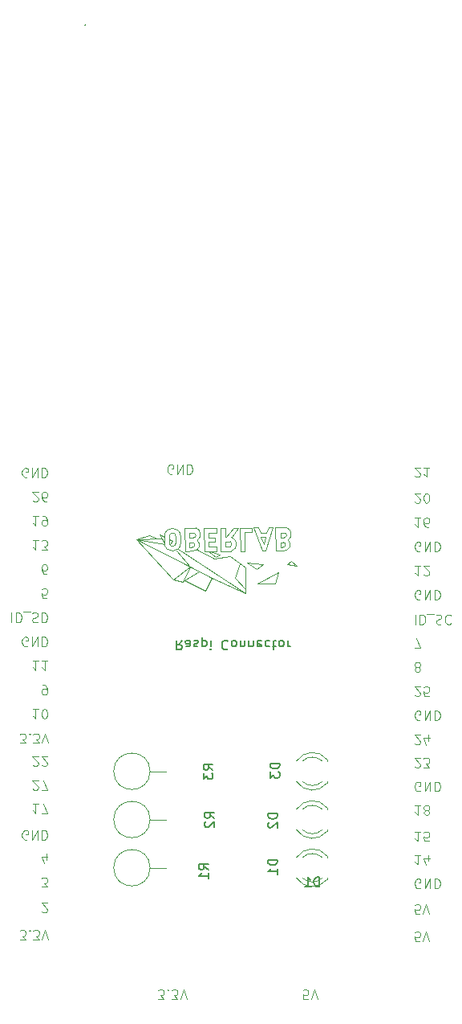
<source format=gbr>
%TF.GenerationSoftware,KiCad,Pcbnew,7.0.8*%
%TF.CreationDate,2025-02-20T14:53:18+01:00*%
%TF.ProjectId,Raspi,52617370-692e-46b6-9963-61645f706362,rev?*%
%TF.SameCoordinates,Original*%
%TF.FileFunction,Legend,Bot*%
%TF.FilePolarity,Positive*%
%FSLAX46Y46*%
G04 Gerber Fmt 4.6, Leading zero omitted, Abs format (unit mm)*
G04 Created by KiCad (PCBNEW 7.0.8) date 2025-02-20 14:53:18*
%MOMM*%
%LPD*%
G01*
G04 APERTURE LIST*
%ADD10C,0.150000*%
%ADD11C,0.125000*%
%ADD12C,0.050000*%
%ADD13C,0.120000*%
%ADD14C,0.010000*%
G04 APERTURE END LIST*
D10*
X145730207Y-95674180D02*
X145396874Y-96150371D01*
X145158779Y-95674180D02*
X145158779Y-96674180D01*
X145158779Y-96674180D02*
X145539731Y-96674180D01*
X145539731Y-96674180D02*
X145634969Y-96626561D01*
X145634969Y-96626561D02*
X145682588Y-96578942D01*
X145682588Y-96578942D02*
X145730207Y-96483704D01*
X145730207Y-96483704D02*
X145730207Y-96340847D01*
X145730207Y-96340847D02*
X145682588Y-96245609D01*
X145682588Y-96245609D02*
X145634969Y-96197990D01*
X145634969Y-96197990D02*
X145539731Y-96150371D01*
X145539731Y-96150371D02*
X145158779Y-96150371D01*
X146587350Y-95674180D02*
X146587350Y-96197990D01*
X146587350Y-96197990D02*
X146539731Y-96293228D01*
X146539731Y-96293228D02*
X146444493Y-96340847D01*
X146444493Y-96340847D02*
X146254017Y-96340847D01*
X146254017Y-96340847D02*
X146158779Y-96293228D01*
X146587350Y-95721800D02*
X146492112Y-95674180D01*
X146492112Y-95674180D02*
X146254017Y-95674180D01*
X146254017Y-95674180D02*
X146158779Y-95721800D01*
X146158779Y-95721800D02*
X146111160Y-95817038D01*
X146111160Y-95817038D02*
X146111160Y-95912276D01*
X146111160Y-95912276D02*
X146158779Y-96007514D01*
X146158779Y-96007514D02*
X146254017Y-96055133D01*
X146254017Y-96055133D02*
X146492112Y-96055133D01*
X146492112Y-96055133D02*
X146587350Y-96102752D01*
X147015922Y-95721800D02*
X147111160Y-95674180D01*
X147111160Y-95674180D02*
X147301636Y-95674180D01*
X147301636Y-95674180D02*
X147396874Y-95721800D01*
X147396874Y-95721800D02*
X147444493Y-95817038D01*
X147444493Y-95817038D02*
X147444493Y-95864657D01*
X147444493Y-95864657D02*
X147396874Y-95959895D01*
X147396874Y-95959895D02*
X147301636Y-96007514D01*
X147301636Y-96007514D02*
X147158779Y-96007514D01*
X147158779Y-96007514D02*
X147063541Y-96055133D01*
X147063541Y-96055133D02*
X147015922Y-96150371D01*
X147015922Y-96150371D02*
X147015922Y-96197990D01*
X147015922Y-96197990D02*
X147063541Y-96293228D01*
X147063541Y-96293228D02*
X147158779Y-96340847D01*
X147158779Y-96340847D02*
X147301636Y-96340847D01*
X147301636Y-96340847D02*
X147396874Y-96293228D01*
X147873065Y-96340847D02*
X147873065Y-95340847D01*
X147873065Y-96293228D02*
X147968303Y-96340847D01*
X147968303Y-96340847D02*
X148158779Y-96340847D01*
X148158779Y-96340847D02*
X148254017Y-96293228D01*
X148254017Y-96293228D02*
X148301636Y-96245609D01*
X148301636Y-96245609D02*
X148349255Y-96150371D01*
X148349255Y-96150371D02*
X148349255Y-95864657D01*
X148349255Y-95864657D02*
X148301636Y-95769419D01*
X148301636Y-95769419D02*
X148254017Y-95721800D01*
X148254017Y-95721800D02*
X148158779Y-95674180D01*
X148158779Y-95674180D02*
X147968303Y-95674180D01*
X147968303Y-95674180D02*
X147873065Y-95721800D01*
X148777827Y-95674180D02*
X148777827Y-96340847D01*
X148777827Y-96674180D02*
X148730208Y-96626561D01*
X148730208Y-96626561D02*
X148777827Y-96578942D01*
X148777827Y-96578942D02*
X148825446Y-96626561D01*
X148825446Y-96626561D02*
X148777827Y-96674180D01*
X148777827Y-96674180D02*
X148777827Y-96578942D01*
X150587350Y-95769419D02*
X150539731Y-95721800D01*
X150539731Y-95721800D02*
X150396874Y-95674180D01*
X150396874Y-95674180D02*
X150301636Y-95674180D01*
X150301636Y-95674180D02*
X150158779Y-95721800D01*
X150158779Y-95721800D02*
X150063541Y-95817038D01*
X150063541Y-95817038D02*
X150015922Y-95912276D01*
X150015922Y-95912276D02*
X149968303Y-96102752D01*
X149968303Y-96102752D02*
X149968303Y-96245609D01*
X149968303Y-96245609D02*
X150015922Y-96436085D01*
X150015922Y-96436085D02*
X150063541Y-96531323D01*
X150063541Y-96531323D02*
X150158779Y-96626561D01*
X150158779Y-96626561D02*
X150301636Y-96674180D01*
X150301636Y-96674180D02*
X150396874Y-96674180D01*
X150396874Y-96674180D02*
X150539731Y-96626561D01*
X150539731Y-96626561D02*
X150587350Y-96578942D01*
X151158779Y-95674180D02*
X151063541Y-95721800D01*
X151063541Y-95721800D02*
X151015922Y-95769419D01*
X151015922Y-95769419D02*
X150968303Y-95864657D01*
X150968303Y-95864657D02*
X150968303Y-96150371D01*
X150968303Y-96150371D02*
X151015922Y-96245609D01*
X151015922Y-96245609D02*
X151063541Y-96293228D01*
X151063541Y-96293228D02*
X151158779Y-96340847D01*
X151158779Y-96340847D02*
X151301636Y-96340847D01*
X151301636Y-96340847D02*
X151396874Y-96293228D01*
X151396874Y-96293228D02*
X151444493Y-96245609D01*
X151444493Y-96245609D02*
X151492112Y-96150371D01*
X151492112Y-96150371D02*
X151492112Y-95864657D01*
X151492112Y-95864657D02*
X151444493Y-95769419D01*
X151444493Y-95769419D02*
X151396874Y-95721800D01*
X151396874Y-95721800D02*
X151301636Y-95674180D01*
X151301636Y-95674180D02*
X151158779Y-95674180D01*
X151920684Y-96340847D02*
X151920684Y-95674180D01*
X151920684Y-96245609D02*
X151968303Y-96293228D01*
X151968303Y-96293228D02*
X152063541Y-96340847D01*
X152063541Y-96340847D02*
X152206398Y-96340847D01*
X152206398Y-96340847D02*
X152301636Y-96293228D01*
X152301636Y-96293228D02*
X152349255Y-96197990D01*
X152349255Y-96197990D02*
X152349255Y-95674180D01*
X152825446Y-96340847D02*
X152825446Y-95674180D01*
X152825446Y-96245609D02*
X152873065Y-96293228D01*
X152873065Y-96293228D02*
X152968303Y-96340847D01*
X152968303Y-96340847D02*
X153111160Y-96340847D01*
X153111160Y-96340847D02*
X153206398Y-96293228D01*
X153206398Y-96293228D02*
X153254017Y-96197990D01*
X153254017Y-96197990D02*
X153254017Y-95674180D01*
X154111160Y-95721800D02*
X154015922Y-95674180D01*
X154015922Y-95674180D02*
X153825446Y-95674180D01*
X153825446Y-95674180D02*
X153730208Y-95721800D01*
X153730208Y-95721800D02*
X153682589Y-95817038D01*
X153682589Y-95817038D02*
X153682589Y-96197990D01*
X153682589Y-96197990D02*
X153730208Y-96293228D01*
X153730208Y-96293228D02*
X153825446Y-96340847D01*
X153825446Y-96340847D02*
X154015922Y-96340847D01*
X154015922Y-96340847D02*
X154111160Y-96293228D01*
X154111160Y-96293228D02*
X154158779Y-96197990D01*
X154158779Y-96197990D02*
X154158779Y-96102752D01*
X154158779Y-96102752D02*
X153682589Y-96007514D01*
X155015922Y-95721800D02*
X154920684Y-95674180D01*
X154920684Y-95674180D02*
X154730208Y-95674180D01*
X154730208Y-95674180D02*
X154634970Y-95721800D01*
X154634970Y-95721800D02*
X154587351Y-95769419D01*
X154587351Y-95769419D02*
X154539732Y-95864657D01*
X154539732Y-95864657D02*
X154539732Y-96150371D01*
X154539732Y-96150371D02*
X154587351Y-96245609D01*
X154587351Y-96245609D02*
X154634970Y-96293228D01*
X154634970Y-96293228D02*
X154730208Y-96340847D01*
X154730208Y-96340847D02*
X154920684Y-96340847D01*
X154920684Y-96340847D02*
X155015922Y-96293228D01*
X155301637Y-96340847D02*
X155682589Y-96340847D01*
X155444494Y-96674180D02*
X155444494Y-95817038D01*
X155444494Y-95817038D02*
X155492113Y-95721800D01*
X155492113Y-95721800D02*
X155587351Y-95674180D01*
X155587351Y-95674180D02*
X155682589Y-95674180D01*
X156158780Y-95674180D02*
X156063542Y-95721800D01*
X156063542Y-95721800D02*
X156015923Y-95769419D01*
X156015923Y-95769419D02*
X155968304Y-95864657D01*
X155968304Y-95864657D02*
X155968304Y-96150371D01*
X155968304Y-96150371D02*
X156015923Y-96245609D01*
X156015923Y-96245609D02*
X156063542Y-96293228D01*
X156063542Y-96293228D02*
X156158780Y-96340847D01*
X156158780Y-96340847D02*
X156301637Y-96340847D01*
X156301637Y-96340847D02*
X156396875Y-96293228D01*
X156396875Y-96293228D02*
X156444494Y-96245609D01*
X156444494Y-96245609D02*
X156492113Y-96150371D01*
X156492113Y-96150371D02*
X156492113Y-95864657D01*
X156492113Y-95864657D02*
X156444494Y-95769419D01*
X156444494Y-95769419D02*
X156396875Y-95721800D01*
X156396875Y-95721800D02*
X156301637Y-95674180D01*
X156301637Y-95674180D02*
X156158780Y-95674180D01*
X156920685Y-95674180D02*
X156920685Y-96340847D01*
X156920685Y-96150371D02*
X156968304Y-96245609D01*
X156968304Y-96245609D02*
X157015923Y-96293228D01*
X157015923Y-96293228D02*
X157111161Y-96340847D01*
X157111161Y-96340847D02*
X157206399Y-96340847D01*
D11*
X144766140Y-78105261D02*
X144670902Y-78152880D01*
X144670902Y-78152880D02*
X144528045Y-78152880D01*
X144528045Y-78152880D02*
X144385188Y-78105261D01*
X144385188Y-78105261D02*
X144289950Y-78010023D01*
X144289950Y-78010023D02*
X144242331Y-77914785D01*
X144242331Y-77914785D02*
X144194712Y-77724309D01*
X144194712Y-77724309D02*
X144194712Y-77581452D01*
X144194712Y-77581452D02*
X144242331Y-77390976D01*
X144242331Y-77390976D02*
X144289950Y-77295738D01*
X144289950Y-77295738D02*
X144385188Y-77200500D01*
X144385188Y-77200500D02*
X144528045Y-77152880D01*
X144528045Y-77152880D02*
X144623283Y-77152880D01*
X144623283Y-77152880D02*
X144766140Y-77200500D01*
X144766140Y-77200500D02*
X144813759Y-77248119D01*
X144813759Y-77248119D02*
X144813759Y-77581452D01*
X144813759Y-77581452D02*
X144623283Y-77581452D01*
X145242331Y-77152880D02*
X145242331Y-78152880D01*
X145242331Y-78152880D02*
X145813759Y-77152880D01*
X145813759Y-77152880D02*
X145813759Y-78152880D01*
X146289950Y-77152880D02*
X146289950Y-78152880D01*
X146289950Y-78152880D02*
X146528045Y-78152880D01*
X146528045Y-78152880D02*
X146670902Y-78105261D01*
X146670902Y-78105261D02*
X146766140Y-78010023D01*
X146766140Y-78010023D02*
X146813759Y-77914785D01*
X146813759Y-77914785D02*
X146861378Y-77724309D01*
X146861378Y-77724309D02*
X146861378Y-77581452D01*
X146861378Y-77581452D02*
X146813759Y-77390976D01*
X146813759Y-77390976D02*
X146766140Y-77295738D01*
X146766140Y-77295738D02*
X146670902Y-77200500D01*
X146670902Y-77200500D02*
X146528045Y-77152880D01*
X146528045Y-77152880D02*
X146289950Y-77152880D01*
X159038521Y-133462880D02*
X158562331Y-133462880D01*
X158562331Y-133462880D02*
X158514712Y-132986690D01*
X158514712Y-132986690D02*
X158562331Y-133034309D01*
X158562331Y-133034309D02*
X158657569Y-133081928D01*
X158657569Y-133081928D02*
X158895664Y-133081928D01*
X158895664Y-133081928D02*
X158990902Y-133034309D01*
X158990902Y-133034309D02*
X159038521Y-132986690D01*
X159038521Y-132986690D02*
X159086140Y-132891452D01*
X159086140Y-132891452D02*
X159086140Y-132653357D01*
X159086140Y-132653357D02*
X159038521Y-132558119D01*
X159038521Y-132558119D02*
X158990902Y-132510500D01*
X158990902Y-132510500D02*
X158895664Y-132462880D01*
X158895664Y-132462880D02*
X158657569Y-132462880D01*
X158657569Y-132462880D02*
X158562331Y-132510500D01*
X158562331Y-132510500D02*
X158514712Y-132558119D01*
X159371855Y-133462880D02*
X159705188Y-132462880D01*
X159705188Y-132462880D02*
X160038521Y-133462880D01*
X143227093Y-133462880D02*
X143846140Y-133462880D01*
X143846140Y-133462880D02*
X143512807Y-133081928D01*
X143512807Y-133081928D02*
X143655664Y-133081928D01*
X143655664Y-133081928D02*
X143750902Y-133034309D01*
X143750902Y-133034309D02*
X143798521Y-132986690D01*
X143798521Y-132986690D02*
X143846140Y-132891452D01*
X143846140Y-132891452D02*
X143846140Y-132653357D01*
X143846140Y-132653357D02*
X143798521Y-132558119D01*
X143798521Y-132558119D02*
X143750902Y-132510500D01*
X143750902Y-132510500D02*
X143655664Y-132462880D01*
X143655664Y-132462880D02*
X143369950Y-132462880D01*
X143369950Y-132462880D02*
X143274712Y-132510500D01*
X143274712Y-132510500D02*
X143227093Y-132558119D01*
X144274712Y-132558119D02*
X144322331Y-132510500D01*
X144322331Y-132510500D02*
X144274712Y-132462880D01*
X144274712Y-132462880D02*
X144227093Y-132510500D01*
X144227093Y-132510500D02*
X144274712Y-132558119D01*
X144274712Y-132558119D02*
X144274712Y-132462880D01*
X144655664Y-133462880D02*
X145274711Y-133462880D01*
X145274711Y-133462880D02*
X144941378Y-133081928D01*
X144941378Y-133081928D02*
X145084235Y-133081928D01*
X145084235Y-133081928D02*
X145179473Y-133034309D01*
X145179473Y-133034309D02*
X145227092Y-132986690D01*
X145227092Y-132986690D02*
X145274711Y-132891452D01*
X145274711Y-132891452D02*
X145274711Y-132653357D01*
X145274711Y-132653357D02*
X145227092Y-132558119D01*
X145227092Y-132558119D02*
X145179473Y-132510500D01*
X145179473Y-132510500D02*
X145084235Y-132462880D01*
X145084235Y-132462880D02*
X144798521Y-132462880D01*
X144798521Y-132462880D02*
X144703283Y-132510500D01*
X144703283Y-132510500D02*
X144655664Y-132558119D01*
X145560426Y-133462880D02*
X145893759Y-132462880D01*
X145893759Y-132462880D02*
X146227092Y-133462880D01*
X170849521Y-127361880D02*
X170373331Y-127361880D01*
X170373331Y-127361880D02*
X170325712Y-126885690D01*
X170325712Y-126885690D02*
X170373331Y-126933309D01*
X170373331Y-126933309D02*
X170468569Y-126980928D01*
X170468569Y-126980928D02*
X170706664Y-126980928D01*
X170706664Y-126980928D02*
X170801902Y-126933309D01*
X170801902Y-126933309D02*
X170849521Y-126885690D01*
X170849521Y-126885690D02*
X170897140Y-126790452D01*
X170897140Y-126790452D02*
X170897140Y-126552357D01*
X170897140Y-126552357D02*
X170849521Y-126457119D01*
X170849521Y-126457119D02*
X170801902Y-126409500D01*
X170801902Y-126409500D02*
X170706664Y-126361880D01*
X170706664Y-126361880D02*
X170468569Y-126361880D01*
X170468569Y-126361880D02*
X170373331Y-126409500D01*
X170373331Y-126409500D02*
X170325712Y-126457119D01*
X171182855Y-127361880D02*
X171516188Y-126361880D01*
X171516188Y-126361880D02*
X171849521Y-127361880D01*
X170897140Y-115831880D02*
X170325712Y-115831880D01*
X170611426Y-115831880D02*
X170611426Y-116831880D01*
X170611426Y-116831880D02*
X170516188Y-116689023D01*
X170516188Y-116689023D02*
X170420950Y-116593785D01*
X170420950Y-116593785D02*
X170325712Y-116546166D01*
X171801902Y-116831880D02*
X171325712Y-116831880D01*
X171325712Y-116831880D02*
X171278093Y-116355690D01*
X171278093Y-116355690D02*
X171325712Y-116403309D01*
X171325712Y-116403309D02*
X171420950Y-116450928D01*
X171420950Y-116450928D02*
X171659045Y-116450928D01*
X171659045Y-116450928D02*
X171754283Y-116403309D01*
X171754283Y-116403309D02*
X171801902Y-116355690D01*
X171801902Y-116355690D02*
X171849521Y-116260452D01*
X171849521Y-116260452D02*
X171849521Y-116022357D01*
X171849521Y-116022357D02*
X171801902Y-115927119D01*
X171801902Y-115927119D02*
X171754283Y-115879500D01*
X171754283Y-115879500D02*
X171659045Y-115831880D01*
X171659045Y-115831880D02*
X171420950Y-115831880D01*
X171420950Y-115831880D02*
X171325712Y-115879500D01*
X171325712Y-115879500D02*
X171278093Y-115927119D01*
X170897140Y-113041880D02*
X170325712Y-113041880D01*
X170611426Y-113041880D02*
X170611426Y-114041880D01*
X170611426Y-114041880D02*
X170516188Y-113899023D01*
X170516188Y-113899023D02*
X170420950Y-113803785D01*
X170420950Y-113803785D02*
X170325712Y-113756166D01*
X171468569Y-113613309D02*
X171373331Y-113660928D01*
X171373331Y-113660928D02*
X171325712Y-113708547D01*
X171325712Y-113708547D02*
X171278093Y-113803785D01*
X171278093Y-113803785D02*
X171278093Y-113851404D01*
X171278093Y-113851404D02*
X171325712Y-113946642D01*
X171325712Y-113946642D02*
X171373331Y-113994261D01*
X171373331Y-113994261D02*
X171468569Y-114041880D01*
X171468569Y-114041880D02*
X171659045Y-114041880D01*
X171659045Y-114041880D02*
X171754283Y-113994261D01*
X171754283Y-113994261D02*
X171801902Y-113946642D01*
X171801902Y-113946642D02*
X171849521Y-113851404D01*
X171849521Y-113851404D02*
X171849521Y-113803785D01*
X171849521Y-113803785D02*
X171801902Y-113708547D01*
X171801902Y-113708547D02*
X171754283Y-113660928D01*
X171754283Y-113660928D02*
X171659045Y-113613309D01*
X171659045Y-113613309D02*
X171468569Y-113613309D01*
X171468569Y-113613309D02*
X171373331Y-113565690D01*
X171373331Y-113565690D02*
X171325712Y-113518071D01*
X171325712Y-113518071D02*
X171278093Y-113422833D01*
X171278093Y-113422833D02*
X171278093Y-113232357D01*
X171278093Y-113232357D02*
X171325712Y-113137119D01*
X171325712Y-113137119D02*
X171373331Y-113089500D01*
X171373331Y-113089500D02*
X171468569Y-113041880D01*
X171468569Y-113041880D02*
X171659045Y-113041880D01*
X171659045Y-113041880D02*
X171754283Y-113089500D01*
X171754283Y-113089500D02*
X171801902Y-113137119D01*
X171801902Y-113137119D02*
X171849521Y-113232357D01*
X171849521Y-113232357D02*
X171849521Y-113422833D01*
X171849521Y-113422833D02*
X171801902Y-113518071D01*
X171801902Y-113518071D02*
X171754283Y-113565690D01*
X171754283Y-113565690D02*
X171659045Y-113613309D01*
X170325712Y-108966642D02*
X170373331Y-109014261D01*
X170373331Y-109014261D02*
X170468569Y-109061880D01*
X170468569Y-109061880D02*
X170706664Y-109061880D01*
X170706664Y-109061880D02*
X170801902Y-109014261D01*
X170801902Y-109014261D02*
X170849521Y-108966642D01*
X170849521Y-108966642D02*
X170897140Y-108871404D01*
X170897140Y-108871404D02*
X170897140Y-108776166D01*
X170897140Y-108776166D02*
X170849521Y-108633309D01*
X170849521Y-108633309D02*
X170278093Y-108061880D01*
X170278093Y-108061880D02*
X170897140Y-108061880D01*
X171230474Y-109061880D02*
X171849521Y-109061880D01*
X171849521Y-109061880D02*
X171516188Y-108680928D01*
X171516188Y-108680928D02*
X171659045Y-108680928D01*
X171659045Y-108680928D02*
X171754283Y-108633309D01*
X171754283Y-108633309D02*
X171801902Y-108585690D01*
X171801902Y-108585690D02*
X171849521Y-108490452D01*
X171849521Y-108490452D02*
X171849521Y-108252357D01*
X171849521Y-108252357D02*
X171801902Y-108157119D01*
X171801902Y-108157119D02*
X171754283Y-108109500D01*
X171754283Y-108109500D02*
X171659045Y-108061880D01*
X171659045Y-108061880D02*
X171373331Y-108061880D01*
X171373331Y-108061880D02*
X171278093Y-108109500D01*
X171278093Y-108109500D02*
X171230474Y-108157119D01*
X170897140Y-111524261D02*
X170801902Y-111571880D01*
X170801902Y-111571880D02*
X170659045Y-111571880D01*
X170659045Y-111571880D02*
X170516188Y-111524261D01*
X170516188Y-111524261D02*
X170420950Y-111429023D01*
X170420950Y-111429023D02*
X170373331Y-111333785D01*
X170373331Y-111333785D02*
X170325712Y-111143309D01*
X170325712Y-111143309D02*
X170325712Y-111000452D01*
X170325712Y-111000452D02*
X170373331Y-110809976D01*
X170373331Y-110809976D02*
X170420950Y-110714738D01*
X170420950Y-110714738D02*
X170516188Y-110619500D01*
X170516188Y-110619500D02*
X170659045Y-110571880D01*
X170659045Y-110571880D02*
X170754283Y-110571880D01*
X170754283Y-110571880D02*
X170897140Y-110619500D01*
X170897140Y-110619500D02*
X170944759Y-110667119D01*
X170944759Y-110667119D02*
X170944759Y-111000452D01*
X170944759Y-111000452D02*
X170754283Y-111000452D01*
X171373331Y-110571880D02*
X171373331Y-111571880D01*
X171373331Y-111571880D02*
X171944759Y-110571880D01*
X171944759Y-110571880D02*
X171944759Y-111571880D01*
X172420950Y-110571880D02*
X172420950Y-111571880D01*
X172420950Y-111571880D02*
X172659045Y-111571880D01*
X172659045Y-111571880D02*
X172801902Y-111524261D01*
X172801902Y-111524261D02*
X172897140Y-111429023D01*
X172897140Y-111429023D02*
X172944759Y-111333785D01*
X172944759Y-111333785D02*
X172992378Y-111143309D01*
X172992378Y-111143309D02*
X172992378Y-111000452D01*
X172992378Y-111000452D02*
X172944759Y-110809976D01*
X172944759Y-110809976D02*
X172897140Y-110714738D01*
X172897140Y-110714738D02*
X172801902Y-110619500D01*
X172801902Y-110619500D02*
X172659045Y-110571880D01*
X172659045Y-110571880D02*
X172420950Y-110571880D01*
X170325712Y-106556642D02*
X170373331Y-106604261D01*
X170373331Y-106604261D02*
X170468569Y-106651880D01*
X170468569Y-106651880D02*
X170706664Y-106651880D01*
X170706664Y-106651880D02*
X170801902Y-106604261D01*
X170801902Y-106604261D02*
X170849521Y-106556642D01*
X170849521Y-106556642D02*
X170897140Y-106461404D01*
X170897140Y-106461404D02*
X170897140Y-106366166D01*
X170897140Y-106366166D02*
X170849521Y-106223309D01*
X170849521Y-106223309D02*
X170278093Y-105651880D01*
X170278093Y-105651880D02*
X170897140Y-105651880D01*
X171754283Y-106318547D02*
X171754283Y-105651880D01*
X171516188Y-106699500D02*
X171278093Y-105985214D01*
X171278093Y-105985214D02*
X171897140Y-105985214D01*
X170897140Y-118281880D02*
X170325712Y-118281880D01*
X170611426Y-118281880D02*
X170611426Y-119281880D01*
X170611426Y-119281880D02*
X170516188Y-119139023D01*
X170516188Y-119139023D02*
X170420950Y-119043785D01*
X170420950Y-119043785D02*
X170325712Y-118996166D01*
X171754283Y-118948547D02*
X171754283Y-118281880D01*
X171516188Y-119329500D02*
X171278093Y-118615214D01*
X171278093Y-118615214D02*
X171897140Y-118615214D01*
X170849521Y-124481880D02*
X170373331Y-124481880D01*
X170373331Y-124481880D02*
X170325712Y-124005690D01*
X170325712Y-124005690D02*
X170373331Y-124053309D01*
X170373331Y-124053309D02*
X170468569Y-124100928D01*
X170468569Y-124100928D02*
X170706664Y-124100928D01*
X170706664Y-124100928D02*
X170801902Y-124053309D01*
X170801902Y-124053309D02*
X170849521Y-124005690D01*
X170849521Y-124005690D02*
X170897140Y-123910452D01*
X170897140Y-123910452D02*
X170897140Y-123672357D01*
X170897140Y-123672357D02*
X170849521Y-123577119D01*
X170849521Y-123577119D02*
X170801902Y-123529500D01*
X170801902Y-123529500D02*
X170706664Y-123481880D01*
X170706664Y-123481880D02*
X170468569Y-123481880D01*
X170468569Y-123481880D02*
X170373331Y-123529500D01*
X170373331Y-123529500D02*
X170325712Y-123577119D01*
X171182855Y-124481880D02*
X171516188Y-123481880D01*
X171516188Y-123481880D02*
X171849521Y-124481880D01*
X170897140Y-121754261D02*
X170801902Y-121801880D01*
X170801902Y-121801880D02*
X170659045Y-121801880D01*
X170659045Y-121801880D02*
X170516188Y-121754261D01*
X170516188Y-121754261D02*
X170420950Y-121659023D01*
X170420950Y-121659023D02*
X170373331Y-121563785D01*
X170373331Y-121563785D02*
X170325712Y-121373309D01*
X170325712Y-121373309D02*
X170325712Y-121230452D01*
X170325712Y-121230452D02*
X170373331Y-121039976D01*
X170373331Y-121039976D02*
X170420950Y-120944738D01*
X170420950Y-120944738D02*
X170516188Y-120849500D01*
X170516188Y-120849500D02*
X170659045Y-120801880D01*
X170659045Y-120801880D02*
X170754283Y-120801880D01*
X170754283Y-120801880D02*
X170897140Y-120849500D01*
X170897140Y-120849500D02*
X170944759Y-120897119D01*
X170944759Y-120897119D02*
X170944759Y-121230452D01*
X170944759Y-121230452D02*
X170754283Y-121230452D01*
X171373331Y-120801880D02*
X171373331Y-121801880D01*
X171373331Y-121801880D02*
X171944759Y-120801880D01*
X171944759Y-120801880D02*
X171944759Y-121801880D01*
X172420950Y-120801880D02*
X172420950Y-121801880D01*
X172420950Y-121801880D02*
X172659045Y-121801880D01*
X172659045Y-121801880D02*
X172801902Y-121754261D01*
X172801902Y-121754261D02*
X172897140Y-121659023D01*
X172897140Y-121659023D02*
X172944759Y-121563785D01*
X172944759Y-121563785D02*
X172992378Y-121373309D01*
X172992378Y-121373309D02*
X172992378Y-121230452D01*
X172992378Y-121230452D02*
X172944759Y-121039976D01*
X172944759Y-121039976D02*
X172897140Y-120944738D01*
X172897140Y-120944738D02*
X172801902Y-120849500D01*
X172801902Y-120849500D02*
X172659045Y-120801880D01*
X172659045Y-120801880D02*
X172420950Y-120801880D01*
X170278093Y-96471880D02*
X170944759Y-96471880D01*
X170944759Y-96471880D02*
X170516188Y-95471880D01*
X170897140Y-91324261D02*
X170801902Y-91371880D01*
X170801902Y-91371880D02*
X170659045Y-91371880D01*
X170659045Y-91371880D02*
X170516188Y-91324261D01*
X170516188Y-91324261D02*
X170420950Y-91229023D01*
X170420950Y-91229023D02*
X170373331Y-91133785D01*
X170373331Y-91133785D02*
X170325712Y-90943309D01*
X170325712Y-90943309D02*
X170325712Y-90800452D01*
X170325712Y-90800452D02*
X170373331Y-90609976D01*
X170373331Y-90609976D02*
X170420950Y-90514738D01*
X170420950Y-90514738D02*
X170516188Y-90419500D01*
X170516188Y-90419500D02*
X170659045Y-90371880D01*
X170659045Y-90371880D02*
X170754283Y-90371880D01*
X170754283Y-90371880D02*
X170897140Y-90419500D01*
X170897140Y-90419500D02*
X170944759Y-90467119D01*
X170944759Y-90467119D02*
X170944759Y-90800452D01*
X170944759Y-90800452D02*
X170754283Y-90800452D01*
X171373331Y-90371880D02*
X171373331Y-91371880D01*
X171373331Y-91371880D02*
X171944759Y-90371880D01*
X171944759Y-90371880D02*
X171944759Y-91371880D01*
X172420950Y-90371880D02*
X172420950Y-91371880D01*
X172420950Y-91371880D02*
X172659045Y-91371880D01*
X172659045Y-91371880D02*
X172801902Y-91324261D01*
X172801902Y-91324261D02*
X172897140Y-91229023D01*
X172897140Y-91229023D02*
X172944759Y-91133785D01*
X172944759Y-91133785D02*
X172992378Y-90943309D01*
X172992378Y-90943309D02*
X172992378Y-90800452D01*
X172992378Y-90800452D02*
X172944759Y-90609976D01*
X172944759Y-90609976D02*
X172897140Y-90514738D01*
X172897140Y-90514738D02*
X172801902Y-90419500D01*
X172801902Y-90419500D02*
X172659045Y-90371880D01*
X172659045Y-90371880D02*
X172420950Y-90371880D01*
X170325712Y-78376642D02*
X170373331Y-78424261D01*
X170373331Y-78424261D02*
X170468569Y-78471880D01*
X170468569Y-78471880D02*
X170706664Y-78471880D01*
X170706664Y-78471880D02*
X170801902Y-78424261D01*
X170801902Y-78424261D02*
X170849521Y-78376642D01*
X170849521Y-78376642D02*
X170897140Y-78281404D01*
X170897140Y-78281404D02*
X170897140Y-78186166D01*
X170897140Y-78186166D02*
X170849521Y-78043309D01*
X170849521Y-78043309D02*
X170278093Y-77471880D01*
X170278093Y-77471880D02*
X170897140Y-77471880D01*
X171849521Y-77471880D02*
X171278093Y-77471880D01*
X171563807Y-77471880D02*
X171563807Y-78471880D01*
X171563807Y-78471880D02*
X171468569Y-78329023D01*
X171468569Y-78329023D02*
X171373331Y-78233785D01*
X171373331Y-78233785D02*
X171278093Y-78186166D01*
X170897140Y-82751880D02*
X170325712Y-82751880D01*
X170611426Y-82751880D02*
X170611426Y-83751880D01*
X170611426Y-83751880D02*
X170516188Y-83609023D01*
X170516188Y-83609023D02*
X170420950Y-83513785D01*
X170420950Y-83513785D02*
X170325712Y-83466166D01*
X171754283Y-83751880D02*
X171563807Y-83751880D01*
X171563807Y-83751880D02*
X171468569Y-83704261D01*
X171468569Y-83704261D02*
X171420950Y-83656642D01*
X171420950Y-83656642D02*
X171325712Y-83513785D01*
X171325712Y-83513785D02*
X171278093Y-83323309D01*
X171278093Y-83323309D02*
X171278093Y-82942357D01*
X171278093Y-82942357D02*
X171325712Y-82847119D01*
X171325712Y-82847119D02*
X171373331Y-82799500D01*
X171373331Y-82799500D02*
X171468569Y-82751880D01*
X171468569Y-82751880D02*
X171659045Y-82751880D01*
X171659045Y-82751880D02*
X171754283Y-82799500D01*
X171754283Y-82799500D02*
X171801902Y-82847119D01*
X171801902Y-82847119D02*
X171849521Y-82942357D01*
X171849521Y-82942357D02*
X171849521Y-83180452D01*
X171849521Y-83180452D02*
X171801902Y-83275690D01*
X171801902Y-83275690D02*
X171754283Y-83323309D01*
X171754283Y-83323309D02*
X171659045Y-83370928D01*
X171659045Y-83370928D02*
X171468569Y-83370928D01*
X171468569Y-83370928D02*
X171373331Y-83323309D01*
X171373331Y-83323309D02*
X171325712Y-83275690D01*
X171325712Y-83275690D02*
X171278093Y-83180452D01*
X170325712Y-101456642D02*
X170373331Y-101504261D01*
X170373331Y-101504261D02*
X170468569Y-101551880D01*
X170468569Y-101551880D02*
X170706664Y-101551880D01*
X170706664Y-101551880D02*
X170801902Y-101504261D01*
X170801902Y-101504261D02*
X170849521Y-101456642D01*
X170849521Y-101456642D02*
X170897140Y-101361404D01*
X170897140Y-101361404D02*
X170897140Y-101266166D01*
X170897140Y-101266166D02*
X170849521Y-101123309D01*
X170849521Y-101123309D02*
X170278093Y-100551880D01*
X170278093Y-100551880D02*
X170897140Y-100551880D01*
X171801902Y-101551880D02*
X171325712Y-101551880D01*
X171325712Y-101551880D02*
X171278093Y-101075690D01*
X171278093Y-101075690D02*
X171325712Y-101123309D01*
X171325712Y-101123309D02*
X171420950Y-101170928D01*
X171420950Y-101170928D02*
X171659045Y-101170928D01*
X171659045Y-101170928D02*
X171754283Y-101123309D01*
X171754283Y-101123309D02*
X171801902Y-101075690D01*
X171801902Y-101075690D02*
X171849521Y-100980452D01*
X171849521Y-100980452D02*
X171849521Y-100742357D01*
X171849521Y-100742357D02*
X171801902Y-100647119D01*
X171801902Y-100647119D02*
X171754283Y-100599500D01*
X171754283Y-100599500D02*
X171659045Y-100551880D01*
X171659045Y-100551880D02*
X171420950Y-100551880D01*
X171420950Y-100551880D02*
X171325712Y-100599500D01*
X171325712Y-100599500D02*
X171278093Y-100647119D01*
X170325712Y-81096642D02*
X170373331Y-81144261D01*
X170373331Y-81144261D02*
X170468569Y-81191880D01*
X170468569Y-81191880D02*
X170706664Y-81191880D01*
X170706664Y-81191880D02*
X170801902Y-81144261D01*
X170801902Y-81144261D02*
X170849521Y-81096642D01*
X170849521Y-81096642D02*
X170897140Y-81001404D01*
X170897140Y-81001404D02*
X170897140Y-80906166D01*
X170897140Y-80906166D02*
X170849521Y-80763309D01*
X170849521Y-80763309D02*
X170278093Y-80191880D01*
X170278093Y-80191880D02*
X170897140Y-80191880D01*
X171516188Y-81191880D02*
X171611426Y-81191880D01*
X171611426Y-81191880D02*
X171706664Y-81144261D01*
X171706664Y-81144261D02*
X171754283Y-81096642D01*
X171754283Y-81096642D02*
X171801902Y-81001404D01*
X171801902Y-81001404D02*
X171849521Y-80810928D01*
X171849521Y-80810928D02*
X171849521Y-80572833D01*
X171849521Y-80572833D02*
X171801902Y-80382357D01*
X171801902Y-80382357D02*
X171754283Y-80287119D01*
X171754283Y-80287119D02*
X171706664Y-80239500D01*
X171706664Y-80239500D02*
X171611426Y-80191880D01*
X171611426Y-80191880D02*
X171516188Y-80191880D01*
X171516188Y-80191880D02*
X171420950Y-80239500D01*
X171420950Y-80239500D02*
X171373331Y-80287119D01*
X171373331Y-80287119D02*
X171325712Y-80382357D01*
X171325712Y-80382357D02*
X171278093Y-80572833D01*
X171278093Y-80572833D02*
X171278093Y-80810928D01*
X171278093Y-80810928D02*
X171325712Y-81001404D01*
X171325712Y-81001404D02*
X171373331Y-81096642D01*
X171373331Y-81096642D02*
X171420950Y-81144261D01*
X171420950Y-81144261D02*
X171516188Y-81191880D01*
X170897140Y-104024261D02*
X170801902Y-104071880D01*
X170801902Y-104071880D02*
X170659045Y-104071880D01*
X170659045Y-104071880D02*
X170516188Y-104024261D01*
X170516188Y-104024261D02*
X170420950Y-103929023D01*
X170420950Y-103929023D02*
X170373331Y-103833785D01*
X170373331Y-103833785D02*
X170325712Y-103643309D01*
X170325712Y-103643309D02*
X170325712Y-103500452D01*
X170325712Y-103500452D02*
X170373331Y-103309976D01*
X170373331Y-103309976D02*
X170420950Y-103214738D01*
X170420950Y-103214738D02*
X170516188Y-103119500D01*
X170516188Y-103119500D02*
X170659045Y-103071880D01*
X170659045Y-103071880D02*
X170754283Y-103071880D01*
X170754283Y-103071880D02*
X170897140Y-103119500D01*
X170897140Y-103119500D02*
X170944759Y-103167119D01*
X170944759Y-103167119D02*
X170944759Y-103500452D01*
X170944759Y-103500452D02*
X170754283Y-103500452D01*
X171373331Y-103071880D02*
X171373331Y-104071880D01*
X171373331Y-104071880D02*
X171944759Y-103071880D01*
X171944759Y-103071880D02*
X171944759Y-104071880D01*
X172420950Y-103071880D02*
X172420950Y-104071880D01*
X172420950Y-104071880D02*
X172659045Y-104071880D01*
X172659045Y-104071880D02*
X172801902Y-104024261D01*
X172801902Y-104024261D02*
X172897140Y-103929023D01*
X172897140Y-103929023D02*
X172944759Y-103833785D01*
X172944759Y-103833785D02*
X172992378Y-103643309D01*
X172992378Y-103643309D02*
X172992378Y-103500452D01*
X172992378Y-103500452D02*
X172944759Y-103309976D01*
X172944759Y-103309976D02*
X172897140Y-103214738D01*
X172897140Y-103214738D02*
X172801902Y-103119500D01*
X172801902Y-103119500D02*
X172659045Y-103071880D01*
X172659045Y-103071880D02*
X172420950Y-103071880D01*
X170897140Y-87851880D02*
X170325712Y-87851880D01*
X170611426Y-87851880D02*
X170611426Y-88851880D01*
X170611426Y-88851880D02*
X170516188Y-88709023D01*
X170516188Y-88709023D02*
X170420950Y-88613785D01*
X170420950Y-88613785D02*
X170325712Y-88566166D01*
X171278093Y-88756642D02*
X171325712Y-88804261D01*
X171325712Y-88804261D02*
X171420950Y-88851880D01*
X171420950Y-88851880D02*
X171659045Y-88851880D01*
X171659045Y-88851880D02*
X171754283Y-88804261D01*
X171754283Y-88804261D02*
X171801902Y-88756642D01*
X171801902Y-88756642D02*
X171849521Y-88661404D01*
X171849521Y-88661404D02*
X171849521Y-88566166D01*
X171849521Y-88566166D02*
X171801902Y-88423309D01*
X171801902Y-88423309D02*
X171230474Y-87851880D01*
X171230474Y-87851880D02*
X171849521Y-87851880D01*
X170897140Y-86254261D02*
X170801902Y-86301880D01*
X170801902Y-86301880D02*
X170659045Y-86301880D01*
X170659045Y-86301880D02*
X170516188Y-86254261D01*
X170516188Y-86254261D02*
X170420950Y-86159023D01*
X170420950Y-86159023D02*
X170373331Y-86063785D01*
X170373331Y-86063785D02*
X170325712Y-85873309D01*
X170325712Y-85873309D02*
X170325712Y-85730452D01*
X170325712Y-85730452D02*
X170373331Y-85539976D01*
X170373331Y-85539976D02*
X170420950Y-85444738D01*
X170420950Y-85444738D02*
X170516188Y-85349500D01*
X170516188Y-85349500D02*
X170659045Y-85301880D01*
X170659045Y-85301880D02*
X170754283Y-85301880D01*
X170754283Y-85301880D02*
X170897140Y-85349500D01*
X170897140Y-85349500D02*
X170944759Y-85397119D01*
X170944759Y-85397119D02*
X170944759Y-85730452D01*
X170944759Y-85730452D02*
X170754283Y-85730452D01*
X171373331Y-85301880D02*
X171373331Y-86301880D01*
X171373331Y-86301880D02*
X171944759Y-85301880D01*
X171944759Y-85301880D02*
X171944759Y-86301880D01*
X172420950Y-85301880D02*
X172420950Y-86301880D01*
X172420950Y-86301880D02*
X172659045Y-86301880D01*
X172659045Y-86301880D02*
X172801902Y-86254261D01*
X172801902Y-86254261D02*
X172897140Y-86159023D01*
X172897140Y-86159023D02*
X172944759Y-86063785D01*
X172944759Y-86063785D02*
X172992378Y-85873309D01*
X172992378Y-85873309D02*
X172992378Y-85730452D01*
X172992378Y-85730452D02*
X172944759Y-85539976D01*
X172944759Y-85539976D02*
X172897140Y-85444738D01*
X172897140Y-85444738D02*
X172801902Y-85349500D01*
X172801902Y-85349500D02*
X172659045Y-85301880D01*
X172659045Y-85301880D02*
X172420950Y-85301880D01*
X170373331Y-92981880D02*
X170373331Y-93981880D01*
X170849521Y-92981880D02*
X170849521Y-93981880D01*
X170849521Y-93981880D02*
X171087616Y-93981880D01*
X171087616Y-93981880D02*
X171230473Y-93934261D01*
X171230473Y-93934261D02*
X171325711Y-93839023D01*
X171325711Y-93839023D02*
X171373330Y-93743785D01*
X171373330Y-93743785D02*
X171420949Y-93553309D01*
X171420949Y-93553309D02*
X171420949Y-93410452D01*
X171420949Y-93410452D02*
X171373330Y-93219976D01*
X171373330Y-93219976D02*
X171325711Y-93124738D01*
X171325711Y-93124738D02*
X171230473Y-93029500D01*
X171230473Y-93029500D02*
X171087616Y-92981880D01*
X171087616Y-92981880D02*
X170849521Y-92981880D01*
X171611426Y-92886642D02*
X172373330Y-92886642D01*
X172563807Y-93029500D02*
X172706664Y-92981880D01*
X172706664Y-92981880D02*
X172944759Y-92981880D01*
X172944759Y-92981880D02*
X173039997Y-93029500D01*
X173039997Y-93029500D02*
X173087616Y-93077119D01*
X173087616Y-93077119D02*
X173135235Y-93172357D01*
X173135235Y-93172357D02*
X173135235Y-93267595D01*
X173135235Y-93267595D02*
X173087616Y-93362833D01*
X173087616Y-93362833D02*
X173039997Y-93410452D01*
X173039997Y-93410452D02*
X172944759Y-93458071D01*
X172944759Y-93458071D02*
X172754283Y-93505690D01*
X172754283Y-93505690D02*
X172659045Y-93553309D01*
X172659045Y-93553309D02*
X172611426Y-93600928D01*
X172611426Y-93600928D02*
X172563807Y-93696166D01*
X172563807Y-93696166D02*
X172563807Y-93791404D01*
X172563807Y-93791404D02*
X172611426Y-93886642D01*
X172611426Y-93886642D02*
X172659045Y-93934261D01*
X172659045Y-93934261D02*
X172754283Y-93981880D01*
X172754283Y-93981880D02*
X172992378Y-93981880D01*
X172992378Y-93981880D02*
X173135235Y-93934261D01*
X174135235Y-93077119D02*
X174087616Y-93029500D01*
X174087616Y-93029500D02*
X173944759Y-92981880D01*
X173944759Y-92981880D02*
X173849521Y-92981880D01*
X173849521Y-92981880D02*
X173706664Y-93029500D01*
X173706664Y-93029500D02*
X173611426Y-93124738D01*
X173611426Y-93124738D02*
X173563807Y-93219976D01*
X173563807Y-93219976D02*
X173516188Y-93410452D01*
X173516188Y-93410452D02*
X173516188Y-93553309D01*
X173516188Y-93553309D02*
X173563807Y-93743785D01*
X173563807Y-93743785D02*
X173611426Y-93839023D01*
X173611426Y-93839023D02*
X173706664Y-93934261D01*
X173706664Y-93934261D02*
X173849521Y-93981880D01*
X173849521Y-93981880D02*
X173944759Y-93981880D01*
X173944759Y-93981880D02*
X174087616Y-93934261D01*
X174087616Y-93934261D02*
X174135235Y-93886642D01*
X170516188Y-98543309D02*
X170420950Y-98590928D01*
X170420950Y-98590928D02*
X170373331Y-98638547D01*
X170373331Y-98638547D02*
X170325712Y-98733785D01*
X170325712Y-98733785D02*
X170325712Y-98781404D01*
X170325712Y-98781404D02*
X170373331Y-98876642D01*
X170373331Y-98876642D02*
X170420950Y-98924261D01*
X170420950Y-98924261D02*
X170516188Y-98971880D01*
X170516188Y-98971880D02*
X170706664Y-98971880D01*
X170706664Y-98971880D02*
X170801902Y-98924261D01*
X170801902Y-98924261D02*
X170849521Y-98876642D01*
X170849521Y-98876642D02*
X170897140Y-98781404D01*
X170897140Y-98781404D02*
X170897140Y-98733785D01*
X170897140Y-98733785D02*
X170849521Y-98638547D01*
X170849521Y-98638547D02*
X170801902Y-98590928D01*
X170801902Y-98590928D02*
X170706664Y-98543309D01*
X170706664Y-98543309D02*
X170516188Y-98543309D01*
X170516188Y-98543309D02*
X170420950Y-98495690D01*
X170420950Y-98495690D02*
X170373331Y-98448071D01*
X170373331Y-98448071D02*
X170325712Y-98352833D01*
X170325712Y-98352833D02*
X170325712Y-98162357D01*
X170325712Y-98162357D02*
X170373331Y-98067119D01*
X170373331Y-98067119D02*
X170420950Y-98019500D01*
X170420950Y-98019500D02*
X170516188Y-97971880D01*
X170516188Y-97971880D02*
X170706664Y-97971880D01*
X170706664Y-97971880D02*
X170801902Y-98019500D01*
X170801902Y-98019500D02*
X170849521Y-98067119D01*
X170849521Y-98067119D02*
X170897140Y-98162357D01*
X170897140Y-98162357D02*
X170897140Y-98352833D01*
X170897140Y-98352833D02*
X170849521Y-98448071D01*
X170849521Y-98448071D02*
X170801902Y-98495690D01*
X170801902Y-98495690D02*
X170706664Y-98543309D01*
X129431902Y-96275261D02*
X129336664Y-96322880D01*
X129336664Y-96322880D02*
X129193807Y-96322880D01*
X129193807Y-96322880D02*
X129050950Y-96275261D01*
X129050950Y-96275261D02*
X128955712Y-96180023D01*
X128955712Y-96180023D02*
X128908093Y-96084785D01*
X128908093Y-96084785D02*
X128860474Y-95894309D01*
X128860474Y-95894309D02*
X128860474Y-95751452D01*
X128860474Y-95751452D02*
X128908093Y-95560976D01*
X128908093Y-95560976D02*
X128955712Y-95465738D01*
X128955712Y-95465738D02*
X129050950Y-95370500D01*
X129050950Y-95370500D02*
X129193807Y-95322880D01*
X129193807Y-95322880D02*
X129289045Y-95322880D01*
X129289045Y-95322880D02*
X129431902Y-95370500D01*
X129431902Y-95370500D02*
X129479521Y-95418119D01*
X129479521Y-95418119D02*
X129479521Y-95751452D01*
X129479521Y-95751452D02*
X129289045Y-95751452D01*
X129908093Y-95322880D02*
X129908093Y-96322880D01*
X129908093Y-96322880D02*
X130479521Y-95322880D01*
X130479521Y-95322880D02*
X130479521Y-96322880D01*
X130955712Y-95322880D02*
X130955712Y-96322880D01*
X130955712Y-96322880D02*
X131193807Y-96322880D01*
X131193807Y-96322880D02*
X131336664Y-96275261D01*
X131336664Y-96275261D02*
X131431902Y-96180023D01*
X131431902Y-96180023D02*
X131479521Y-96084785D01*
X131479521Y-96084785D02*
X131527140Y-95894309D01*
X131527140Y-95894309D02*
X131527140Y-95751452D01*
X131527140Y-95751452D02*
X131479521Y-95560976D01*
X131479521Y-95560976D02*
X131431902Y-95465738D01*
X131431902Y-95465738D02*
X131336664Y-95370500D01*
X131336664Y-95370500D02*
X131193807Y-95322880D01*
X131193807Y-95322880D02*
X130955712Y-95322880D01*
X131479521Y-91222880D02*
X131003331Y-91222880D01*
X131003331Y-91222880D02*
X130955712Y-90746690D01*
X130955712Y-90746690D02*
X131003331Y-90794309D01*
X131003331Y-90794309D02*
X131098569Y-90841928D01*
X131098569Y-90841928D02*
X131336664Y-90841928D01*
X131336664Y-90841928D02*
X131431902Y-90794309D01*
X131431902Y-90794309D02*
X131479521Y-90746690D01*
X131479521Y-90746690D02*
X131527140Y-90651452D01*
X131527140Y-90651452D02*
X131527140Y-90413357D01*
X131527140Y-90413357D02*
X131479521Y-90318119D01*
X131479521Y-90318119D02*
X131431902Y-90270500D01*
X131431902Y-90270500D02*
X131336664Y-90222880D01*
X131336664Y-90222880D02*
X131098569Y-90222880D01*
X131098569Y-90222880D02*
X131003331Y-90270500D01*
X131003331Y-90270500D02*
X130955712Y-90318119D01*
X129431902Y-78455261D02*
X129336664Y-78502880D01*
X129336664Y-78502880D02*
X129193807Y-78502880D01*
X129193807Y-78502880D02*
X129050950Y-78455261D01*
X129050950Y-78455261D02*
X128955712Y-78360023D01*
X128955712Y-78360023D02*
X128908093Y-78264785D01*
X128908093Y-78264785D02*
X128860474Y-78074309D01*
X128860474Y-78074309D02*
X128860474Y-77931452D01*
X128860474Y-77931452D02*
X128908093Y-77740976D01*
X128908093Y-77740976D02*
X128955712Y-77645738D01*
X128955712Y-77645738D02*
X129050950Y-77550500D01*
X129050950Y-77550500D02*
X129193807Y-77502880D01*
X129193807Y-77502880D02*
X129289045Y-77502880D01*
X129289045Y-77502880D02*
X129431902Y-77550500D01*
X129431902Y-77550500D02*
X129479521Y-77598119D01*
X129479521Y-77598119D02*
X129479521Y-77931452D01*
X129479521Y-77931452D02*
X129289045Y-77931452D01*
X129908093Y-77502880D02*
X129908093Y-78502880D01*
X129908093Y-78502880D02*
X130479521Y-77502880D01*
X130479521Y-77502880D02*
X130479521Y-78502880D01*
X130955712Y-77502880D02*
X130955712Y-78502880D01*
X130955712Y-78502880D02*
X131193807Y-78502880D01*
X131193807Y-78502880D02*
X131336664Y-78455261D01*
X131336664Y-78455261D02*
X131431902Y-78360023D01*
X131431902Y-78360023D02*
X131479521Y-78264785D01*
X131479521Y-78264785D02*
X131527140Y-78074309D01*
X131527140Y-78074309D02*
X131527140Y-77931452D01*
X131527140Y-77931452D02*
X131479521Y-77740976D01*
X131479521Y-77740976D02*
X131431902Y-77645738D01*
X131431902Y-77645738D02*
X131336664Y-77550500D01*
X131336664Y-77550500D02*
X131193807Y-77502880D01*
X131193807Y-77502880D02*
X130955712Y-77502880D01*
X130003331Y-80947642D02*
X130050950Y-80995261D01*
X130050950Y-80995261D02*
X130146188Y-81042880D01*
X130146188Y-81042880D02*
X130384283Y-81042880D01*
X130384283Y-81042880D02*
X130479521Y-80995261D01*
X130479521Y-80995261D02*
X130527140Y-80947642D01*
X130527140Y-80947642D02*
X130574759Y-80852404D01*
X130574759Y-80852404D02*
X130574759Y-80757166D01*
X130574759Y-80757166D02*
X130527140Y-80614309D01*
X130527140Y-80614309D02*
X129955712Y-80042880D01*
X129955712Y-80042880D02*
X130574759Y-80042880D01*
X131431902Y-81042880D02*
X131241426Y-81042880D01*
X131241426Y-81042880D02*
X131146188Y-80995261D01*
X131146188Y-80995261D02*
X131098569Y-80947642D01*
X131098569Y-80947642D02*
X131003331Y-80804785D01*
X131003331Y-80804785D02*
X130955712Y-80614309D01*
X130955712Y-80614309D02*
X130955712Y-80233357D01*
X130955712Y-80233357D02*
X131003331Y-80138119D01*
X131003331Y-80138119D02*
X131050950Y-80090500D01*
X131050950Y-80090500D02*
X131146188Y-80042880D01*
X131146188Y-80042880D02*
X131336664Y-80042880D01*
X131336664Y-80042880D02*
X131431902Y-80090500D01*
X131431902Y-80090500D02*
X131479521Y-80138119D01*
X131479521Y-80138119D02*
X131527140Y-80233357D01*
X131527140Y-80233357D02*
X131527140Y-80471452D01*
X131527140Y-80471452D02*
X131479521Y-80566690D01*
X131479521Y-80566690D02*
X131431902Y-80614309D01*
X131431902Y-80614309D02*
X131336664Y-80661928D01*
X131336664Y-80661928D02*
X131146188Y-80661928D01*
X131146188Y-80661928D02*
X131050950Y-80614309D01*
X131050950Y-80614309D02*
X131003331Y-80566690D01*
X131003331Y-80566690D02*
X130955712Y-80471452D01*
X130574759Y-82602880D02*
X130003331Y-82602880D01*
X130289045Y-82602880D02*
X130289045Y-83602880D01*
X130289045Y-83602880D02*
X130193807Y-83460023D01*
X130193807Y-83460023D02*
X130098569Y-83364785D01*
X130098569Y-83364785D02*
X130003331Y-83317166D01*
X131050950Y-82602880D02*
X131241426Y-82602880D01*
X131241426Y-82602880D02*
X131336664Y-82650500D01*
X131336664Y-82650500D02*
X131384283Y-82698119D01*
X131384283Y-82698119D02*
X131479521Y-82840976D01*
X131479521Y-82840976D02*
X131527140Y-83031452D01*
X131527140Y-83031452D02*
X131527140Y-83412404D01*
X131527140Y-83412404D02*
X131479521Y-83507642D01*
X131479521Y-83507642D02*
X131431902Y-83555261D01*
X131431902Y-83555261D02*
X131336664Y-83602880D01*
X131336664Y-83602880D02*
X131146188Y-83602880D01*
X131146188Y-83602880D02*
X131050950Y-83555261D01*
X131050950Y-83555261D02*
X131003331Y-83507642D01*
X131003331Y-83507642D02*
X130955712Y-83412404D01*
X130955712Y-83412404D02*
X130955712Y-83174309D01*
X130955712Y-83174309D02*
X131003331Y-83079071D01*
X131003331Y-83079071D02*
X131050950Y-83031452D01*
X131050950Y-83031452D02*
X131146188Y-82983833D01*
X131146188Y-82983833D02*
X131336664Y-82983833D01*
X131336664Y-82983833D02*
X131431902Y-83031452D01*
X131431902Y-83031452D02*
X131479521Y-83079071D01*
X131479521Y-83079071D02*
X131527140Y-83174309D01*
X130574759Y-85152880D02*
X130003331Y-85152880D01*
X130289045Y-85152880D02*
X130289045Y-86152880D01*
X130289045Y-86152880D02*
X130193807Y-86010023D01*
X130193807Y-86010023D02*
X130098569Y-85914785D01*
X130098569Y-85914785D02*
X130003331Y-85867166D01*
X130908093Y-86152880D02*
X131527140Y-86152880D01*
X131527140Y-86152880D02*
X131193807Y-85771928D01*
X131193807Y-85771928D02*
X131336664Y-85771928D01*
X131336664Y-85771928D02*
X131431902Y-85724309D01*
X131431902Y-85724309D02*
X131479521Y-85676690D01*
X131479521Y-85676690D02*
X131527140Y-85581452D01*
X131527140Y-85581452D02*
X131527140Y-85343357D01*
X131527140Y-85343357D02*
X131479521Y-85248119D01*
X131479521Y-85248119D02*
X131431902Y-85200500D01*
X131431902Y-85200500D02*
X131336664Y-85152880D01*
X131336664Y-85152880D02*
X131050950Y-85152880D01*
X131050950Y-85152880D02*
X130955712Y-85200500D01*
X130955712Y-85200500D02*
X130908093Y-85248119D01*
X131431902Y-88702880D02*
X131241426Y-88702880D01*
X131241426Y-88702880D02*
X131146188Y-88655261D01*
X131146188Y-88655261D02*
X131098569Y-88607642D01*
X131098569Y-88607642D02*
X131003331Y-88464785D01*
X131003331Y-88464785D02*
X130955712Y-88274309D01*
X130955712Y-88274309D02*
X130955712Y-87893357D01*
X130955712Y-87893357D02*
X131003331Y-87798119D01*
X131003331Y-87798119D02*
X131050950Y-87750500D01*
X131050950Y-87750500D02*
X131146188Y-87702880D01*
X131146188Y-87702880D02*
X131336664Y-87702880D01*
X131336664Y-87702880D02*
X131431902Y-87750500D01*
X131431902Y-87750500D02*
X131479521Y-87798119D01*
X131479521Y-87798119D02*
X131527140Y-87893357D01*
X131527140Y-87893357D02*
X131527140Y-88131452D01*
X131527140Y-88131452D02*
X131479521Y-88226690D01*
X131479521Y-88226690D02*
X131431902Y-88274309D01*
X131431902Y-88274309D02*
X131336664Y-88321928D01*
X131336664Y-88321928D02*
X131146188Y-88321928D01*
X131146188Y-88321928D02*
X131050950Y-88274309D01*
X131050950Y-88274309D02*
X131003331Y-88226690D01*
X131003331Y-88226690D02*
X130955712Y-88131452D01*
X127765236Y-92772880D02*
X127765236Y-93772880D01*
X128241426Y-92772880D02*
X128241426Y-93772880D01*
X128241426Y-93772880D02*
X128479521Y-93772880D01*
X128479521Y-93772880D02*
X128622378Y-93725261D01*
X128622378Y-93725261D02*
X128717616Y-93630023D01*
X128717616Y-93630023D02*
X128765235Y-93534785D01*
X128765235Y-93534785D02*
X128812854Y-93344309D01*
X128812854Y-93344309D02*
X128812854Y-93201452D01*
X128812854Y-93201452D02*
X128765235Y-93010976D01*
X128765235Y-93010976D02*
X128717616Y-92915738D01*
X128717616Y-92915738D02*
X128622378Y-92820500D01*
X128622378Y-92820500D02*
X128479521Y-92772880D01*
X128479521Y-92772880D02*
X128241426Y-92772880D01*
X129003331Y-92677642D02*
X129765235Y-92677642D01*
X129955712Y-92820500D02*
X130098569Y-92772880D01*
X130098569Y-92772880D02*
X130336664Y-92772880D01*
X130336664Y-92772880D02*
X130431902Y-92820500D01*
X130431902Y-92820500D02*
X130479521Y-92868119D01*
X130479521Y-92868119D02*
X130527140Y-92963357D01*
X130527140Y-92963357D02*
X130527140Y-93058595D01*
X130527140Y-93058595D02*
X130479521Y-93153833D01*
X130479521Y-93153833D02*
X130431902Y-93201452D01*
X130431902Y-93201452D02*
X130336664Y-93249071D01*
X130336664Y-93249071D02*
X130146188Y-93296690D01*
X130146188Y-93296690D02*
X130050950Y-93344309D01*
X130050950Y-93344309D02*
X130003331Y-93391928D01*
X130003331Y-93391928D02*
X129955712Y-93487166D01*
X129955712Y-93487166D02*
X129955712Y-93582404D01*
X129955712Y-93582404D02*
X130003331Y-93677642D01*
X130003331Y-93677642D02*
X130050950Y-93725261D01*
X130050950Y-93725261D02*
X130146188Y-93772880D01*
X130146188Y-93772880D02*
X130384283Y-93772880D01*
X130384283Y-93772880D02*
X130527140Y-93725261D01*
X130955712Y-92772880D02*
X130955712Y-93772880D01*
X130955712Y-93772880D02*
X131193807Y-93772880D01*
X131193807Y-93772880D02*
X131336664Y-93725261D01*
X131336664Y-93725261D02*
X131431902Y-93630023D01*
X131431902Y-93630023D02*
X131479521Y-93534785D01*
X131479521Y-93534785D02*
X131527140Y-93344309D01*
X131527140Y-93344309D02*
X131527140Y-93201452D01*
X131527140Y-93201452D02*
X131479521Y-93010976D01*
X131479521Y-93010976D02*
X131431902Y-92915738D01*
X131431902Y-92915738D02*
X131336664Y-92820500D01*
X131336664Y-92820500D02*
X131193807Y-92772880D01*
X131193807Y-92772880D02*
X130955712Y-92772880D01*
X130574759Y-97822880D02*
X130003331Y-97822880D01*
X130289045Y-97822880D02*
X130289045Y-98822880D01*
X130289045Y-98822880D02*
X130193807Y-98680023D01*
X130193807Y-98680023D02*
X130098569Y-98584785D01*
X130098569Y-98584785D02*
X130003331Y-98537166D01*
X131527140Y-97822880D02*
X130955712Y-97822880D01*
X131241426Y-97822880D02*
X131241426Y-98822880D01*
X131241426Y-98822880D02*
X131146188Y-98680023D01*
X131146188Y-98680023D02*
X131050950Y-98584785D01*
X131050950Y-98584785D02*
X130955712Y-98537166D01*
X131050950Y-100402880D02*
X131241426Y-100402880D01*
X131241426Y-100402880D02*
X131336664Y-100450500D01*
X131336664Y-100450500D02*
X131384283Y-100498119D01*
X131384283Y-100498119D02*
X131479521Y-100640976D01*
X131479521Y-100640976D02*
X131527140Y-100831452D01*
X131527140Y-100831452D02*
X131527140Y-101212404D01*
X131527140Y-101212404D02*
X131479521Y-101307642D01*
X131479521Y-101307642D02*
X131431902Y-101355261D01*
X131431902Y-101355261D02*
X131336664Y-101402880D01*
X131336664Y-101402880D02*
X131146188Y-101402880D01*
X131146188Y-101402880D02*
X131050950Y-101355261D01*
X131050950Y-101355261D02*
X131003331Y-101307642D01*
X131003331Y-101307642D02*
X130955712Y-101212404D01*
X130955712Y-101212404D02*
X130955712Y-100974309D01*
X130955712Y-100974309D02*
X131003331Y-100879071D01*
X131003331Y-100879071D02*
X131050950Y-100831452D01*
X131050950Y-100831452D02*
X131146188Y-100783833D01*
X131146188Y-100783833D02*
X131336664Y-100783833D01*
X131336664Y-100783833D02*
X131431902Y-100831452D01*
X131431902Y-100831452D02*
X131479521Y-100879071D01*
X131479521Y-100879071D02*
X131527140Y-100974309D01*
X130574759Y-102922880D02*
X130003331Y-102922880D01*
X130289045Y-102922880D02*
X130289045Y-103922880D01*
X130289045Y-103922880D02*
X130193807Y-103780023D01*
X130193807Y-103780023D02*
X130098569Y-103684785D01*
X130098569Y-103684785D02*
X130003331Y-103637166D01*
X131193807Y-103922880D02*
X131289045Y-103922880D01*
X131289045Y-103922880D02*
X131384283Y-103875261D01*
X131384283Y-103875261D02*
X131431902Y-103827642D01*
X131431902Y-103827642D02*
X131479521Y-103732404D01*
X131479521Y-103732404D02*
X131527140Y-103541928D01*
X131527140Y-103541928D02*
X131527140Y-103303833D01*
X131527140Y-103303833D02*
X131479521Y-103113357D01*
X131479521Y-103113357D02*
X131431902Y-103018119D01*
X131431902Y-103018119D02*
X131384283Y-102970500D01*
X131384283Y-102970500D02*
X131289045Y-102922880D01*
X131289045Y-102922880D02*
X131193807Y-102922880D01*
X131193807Y-102922880D02*
X131098569Y-102970500D01*
X131098569Y-102970500D02*
X131050950Y-103018119D01*
X131050950Y-103018119D02*
X131003331Y-103113357D01*
X131003331Y-103113357D02*
X130955712Y-103303833D01*
X130955712Y-103303833D02*
X130955712Y-103541928D01*
X130955712Y-103541928D02*
X131003331Y-103732404D01*
X131003331Y-103732404D02*
X131050950Y-103827642D01*
X131050950Y-103827642D02*
X131098569Y-103875261D01*
X131098569Y-103875261D02*
X131193807Y-103922880D01*
X129431902Y-116635261D02*
X129336664Y-116682880D01*
X129336664Y-116682880D02*
X129193807Y-116682880D01*
X129193807Y-116682880D02*
X129050950Y-116635261D01*
X129050950Y-116635261D02*
X128955712Y-116540023D01*
X128955712Y-116540023D02*
X128908093Y-116444785D01*
X128908093Y-116444785D02*
X128860474Y-116254309D01*
X128860474Y-116254309D02*
X128860474Y-116111452D01*
X128860474Y-116111452D02*
X128908093Y-115920976D01*
X128908093Y-115920976D02*
X128955712Y-115825738D01*
X128955712Y-115825738D02*
X129050950Y-115730500D01*
X129050950Y-115730500D02*
X129193807Y-115682880D01*
X129193807Y-115682880D02*
X129289045Y-115682880D01*
X129289045Y-115682880D02*
X129431902Y-115730500D01*
X129431902Y-115730500D02*
X129479521Y-115778119D01*
X129479521Y-115778119D02*
X129479521Y-116111452D01*
X129479521Y-116111452D02*
X129289045Y-116111452D01*
X129908093Y-115682880D02*
X129908093Y-116682880D01*
X129908093Y-116682880D02*
X130479521Y-115682880D01*
X130479521Y-115682880D02*
X130479521Y-116682880D01*
X130955712Y-115682880D02*
X130955712Y-116682880D01*
X130955712Y-116682880D02*
X131193807Y-116682880D01*
X131193807Y-116682880D02*
X131336664Y-116635261D01*
X131336664Y-116635261D02*
X131431902Y-116540023D01*
X131431902Y-116540023D02*
X131479521Y-116444785D01*
X131479521Y-116444785D02*
X131527140Y-116254309D01*
X131527140Y-116254309D02*
X131527140Y-116111452D01*
X131527140Y-116111452D02*
X131479521Y-115920976D01*
X131479521Y-115920976D02*
X131431902Y-115825738D01*
X131431902Y-115825738D02*
X131336664Y-115730500D01*
X131336664Y-115730500D02*
X131193807Y-115682880D01*
X131193807Y-115682880D02*
X130955712Y-115682880D01*
X128622379Y-106502880D02*
X129241426Y-106502880D01*
X129241426Y-106502880D02*
X128908093Y-106121928D01*
X128908093Y-106121928D02*
X129050950Y-106121928D01*
X129050950Y-106121928D02*
X129146188Y-106074309D01*
X129146188Y-106074309D02*
X129193807Y-106026690D01*
X129193807Y-106026690D02*
X129241426Y-105931452D01*
X129241426Y-105931452D02*
X129241426Y-105693357D01*
X129241426Y-105693357D02*
X129193807Y-105598119D01*
X129193807Y-105598119D02*
X129146188Y-105550500D01*
X129146188Y-105550500D02*
X129050950Y-105502880D01*
X129050950Y-105502880D02*
X128765236Y-105502880D01*
X128765236Y-105502880D02*
X128669998Y-105550500D01*
X128669998Y-105550500D02*
X128622379Y-105598119D01*
X129669998Y-105598119D02*
X129717617Y-105550500D01*
X129717617Y-105550500D02*
X129669998Y-105502880D01*
X129669998Y-105502880D02*
X129622379Y-105550500D01*
X129622379Y-105550500D02*
X129669998Y-105598119D01*
X129669998Y-105598119D02*
X129669998Y-105502880D01*
X130050950Y-106502880D02*
X130669997Y-106502880D01*
X130669997Y-106502880D02*
X130336664Y-106121928D01*
X130336664Y-106121928D02*
X130479521Y-106121928D01*
X130479521Y-106121928D02*
X130574759Y-106074309D01*
X130574759Y-106074309D02*
X130622378Y-106026690D01*
X130622378Y-106026690D02*
X130669997Y-105931452D01*
X130669997Y-105931452D02*
X130669997Y-105693357D01*
X130669997Y-105693357D02*
X130622378Y-105598119D01*
X130622378Y-105598119D02*
X130574759Y-105550500D01*
X130574759Y-105550500D02*
X130479521Y-105502880D01*
X130479521Y-105502880D02*
X130193807Y-105502880D01*
X130193807Y-105502880D02*
X130098569Y-105550500D01*
X130098569Y-105550500D02*
X130050950Y-105598119D01*
X130955712Y-106502880D02*
X131289045Y-105502880D01*
X131289045Y-105502880D02*
X131622378Y-106502880D01*
X130003331Y-108817642D02*
X130050950Y-108865261D01*
X130050950Y-108865261D02*
X130146188Y-108912880D01*
X130146188Y-108912880D02*
X130384283Y-108912880D01*
X130384283Y-108912880D02*
X130479521Y-108865261D01*
X130479521Y-108865261D02*
X130527140Y-108817642D01*
X130527140Y-108817642D02*
X130574759Y-108722404D01*
X130574759Y-108722404D02*
X130574759Y-108627166D01*
X130574759Y-108627166D02*
X130527140Y-108484309D01*
X130527140Y-108484309D02*
X129955712Y-107912880D01*
X129955712Y-107912880D02*
X130574759Y-107912880D01*
X130955712Y-108817642D02*
X131003331Y-108865261D01*
X131003331Y-108865261D02*
X131098569Y-108912880D01*
X131098569Y-108912880D02*
X131336664Y-108912880D01*
X131336664Y-108912880D02*
X131431902Y-108865261D01*
X131431902Y-108865261D02*
X131479521Y-108817642D01*
X131479521Y-108817642D02*
X131527140Y-108722404D01*
X131527140Y-108722404D02*
X131527140Y-108627166D01*
X131527140Y-108627166D02*
X131479521Y-108484309D01*
X131479521Y-108484309D02*
X130908093Y-107912880D01*
X130908093Y-107912880D02*
X131527140Y-107912880D01*
X130003331Y-111327642D02*
X130050950Y-111375261D01*
X130050950Y-111375261D02*
X130146188Y-111422880D01*
X130146188Y-111422880D02*
X130384283Y-111422880D01*
X130384283Y-111422880D02*
X130479521Y-111375261D01*
X130479521Y-111375261D02*
X130527140Y-111327642D01*
X130527140Y-111327642D02*
X130574759Y-111232404D01*
X130574759Y-111232404D02*
X130574759Y-111137166D01*
X130574759Y-111137166D02*
X130527140Y-110994309D01*
X130527140Y-110994309D02*
X129955712Y-110422880D01*
X129955712Y-110422880D02*
X130574759Y-110422880D01*
X130908093Y-111422880D02*
X131574759Y-111422880D01*
X131574759Y-111422880D02*
X131146188Y-110422880D01*
X130574759Y-112892880D02*
X130003331Y-112892880D01*
X130289045Y-112892880D02*
X130289045Y-113892880D01*
X130289045Y-113892880D02*
X130193807Y-113750023D01*
X130193807Y-113750023D02*
X130098569Y-113654785D01*
X130098569Y-113654785D02*
X130003331Y-113607166D01*
X130908093Y-113892880D02*
X131574759Y-113892880D01*
X131574759Y-113892880D02*
X131146188Y-112892880D01*
X131431902Y-118799547D02*
X131431902Y-118132880D01*
X131193807Y-119180500D02*
X130955712Y-118466214D01*
X130955712Y-118466214D02*
X131574759Y-118466214D01*
X130908093Y-121652880D02*
X131527140Y-121652880D01*
X131527140Y-121652880D02*
X131193807Y-121271928D01*
X131193807Y-121271928D02*
X131336664Y-121271928D01*
X131336664Y-121271928D02*
X131431902Y-121224309D01*
X131431902Y-121224309D02*
X131479521Y-121176690D01*
X131479521Y-121176690D02*
X131527140Y-121081452D01*
X131527140Y-121081452D02*
X131527140Y-120843357D01*
X131527140Y-120843357D02*
X131479521Y-120748119D01*
X131479521Y-120748119D02*
X131431902Y-120700500D01*
X131431902Y-120700500D02*
X131336664Y-120652880D01*
X131336664Y-120652880D02*
X131050950Y-120652880D01*
X131050950Y-120652880D02*
X130955712Y-120700500D01*
X130955712Y-120700500D02*
X130908093Y-120748119D01*
X130955712Y-124237642D02*
X131003331Y-124285261D01*
X131003331Y-124285261D02*
X131098569Y-124332880D01*
X131098569Y-124332880D02*
X131336664Y-124332880D01*
X131336664Y-124332880D02*
X131431902Y-124285261D01*
X131431902Y-124285261D02*
X131479521Y-124237642D01*
X131479521Y-124237642D02*
X131527140Y-124142404D01*
X131527140Y-124142404D02*
X131527140Y-124047166D01*
X131527140Y-124047166D02*
X131479521Y-123904309D01*
X131479521Y-123904309D02*
X130908093Y-123332880D01*
X130908093Y-123332880D02*
X131527140Y-123332880D01*
D10*
X155806819Y-118785905D02*
X154806819Y-118785905D01*
X154806819Y-118785905D02*
X154806819Y-119024000D01*
X154806819Y-119024000D02*
X154854438Y-119166857D01*
X154854438Y-119166857D02*
X154949676Y-119262095D01*
X154949676Y-119262095D02*
X155044914Y-119309714D01*
X155044914Y-119309714D02*
X155235390Y-119357333D01*
X155235390Y-119357333D02*
X155378247Y-119357333D01*
X155378247Y-119357333D02*
X155568723Y-119309714D01*
X155568723Y-119309714D02*
X155663961Y-119262095D01*
X155663961Y-119262095D02*
X155759200Y-119166857D01*
X155759200Y-119166857D02*
X155806819Y-119024000D01*
X155806819Y-119024000D02*
X155806819Y-118785905D01*
X155806819Y-120309714D02*
X155806819Y-119738286D01*
X155806819Y-120024000D02*
X154806819Y-120024000D01*
X154806819Y-120024000D02*
X154949676Y-119928762D01*
X154949676Y-119928762D02*
X155044914Y-119833524D01*
X155044914Y-119833524D02*
X155092533Y-119738286D01*
D11*
X128622379Y-127212880D02*
X129241426Y-127212880D01*
X129241426Y-127212880D02*
X128908093Y-126831928D01*
X128908093Y-126831928D02*
X129050950Y-126831928D01*
X129050950Y-126831928D02*
X129146188Y-126784309D01*
X129146188Y-126784309D02*
X129193807Y-126736690D01*
X129193807Y-126736690D02*
X129241426Y-126641452D01*
X129241426Y-126641452D02*
X129241426Y-126403357D01*
X129241426Y-126403357D02*
X129193807Y-126308119D01*
X129193807Y-126308119D02*
X129146188Y-126260500D01*
X129146188Y-126260500D02*
X129050950Y-126212880D01*
X129050950Y-126212880D02*
X128765236Y-126212880D01*
X128765236Y-126212880D02*
X128669998Y-126260500D01*
X128669998Y-126260500D02*
X128622379Y-126308119D01*
X129669998Y-126308119D02*
X129717617Y-126260500D01*
X129717617Y-126260500D02*
X129669998Y-126212880D01*
X129669998Y-126212880D02*
X129622379Y-126260500D01*
X129622379Y-126260500D02*
X129669998Y-126308119D01*
X129669998Y-126308119D02*
X129669998Y-126212880D01*
X130050950Y-127212880D02*
X130669997Y-127212880D01*
X130669997Y-127212880D02*
X130336664Y-126831928D01*
X130336664Y-126831928D02*
X130479521Y-126831928D01*
X130479521Y-126831928D02*
X130574759Y-126784309D01*
X130574759Y-126784309D02*
X130622378Y-126736690D01*
X130622378Y-126736690D02*
X130669997Y-126641452D01*
X130669997Y-126641452D02*
X130669997Y-126403357D01*
X130669997Y-126403357D02*
X130622378Y-126308119D01*
X130622378Y-126308119D02*
X130574759Y-126260500D01*
X130574759Y-126260500D02*
X130479521Y-126212880D01*
X130479521Y-126212880D02*
X130193807Y-126212880D01*
X130193807Y-126212880D02*
X130098569Y-126260500D01*
X130098569Y-126260500D02*
X130050950Y-126308119D01*
X130955712Y-127212880D02*
X131289045Y-126212880D01*
X131289045Y-126212880D02*
X131622378Y-127212880D01*
D10*
X149016819Y-109337333D02*
X148540628Y-109004000D01*
X149016819Y-108765905D02*
X148016819Y-108765905D01*
X148016819Y-108765905D02*
X148016819Y-109146857D01*
X148016819Y-109146857D02*
X148064438Y-109242095D01*
X148064438Y-109242095D02*
X148112057Y-109289714D01*
X148112057Y-109289714D02*
X148207295Y-109337333D01*
X148207295Y-109337333D02*
X148350152Y-109337333D01*
X148350152Y-109337333D02*
X148445390Y-109289714D01*
X148445390Y-109289714D02*
X148493009Y-109242095D01*
X148493009Y-109242095D02*
X148540628Y-109146857D01*
X148540628Y-109146857D02*
X148540628Y-108765905D01*
X148016819Y-109670667D02*
X148016819Y-110289714D01*
X148016819Y-110289714D02*
X148397771Y-109956381D01*
X148397771Y-109956381D02*
X148397771Y-110099238D01*
X148397771Y-110099238D02*
X148445390Y-110194476D01*
X148445390Y-110194476D02*
X148493009Y-110242095D01*
X148493009Y-110242095D02*
X148588247Y-110289714D01*
X148588247Y-110289714D02*
X148826342Y-110289714D01*
X148826342Y-110289714D02*
X148921580Y-110242095D01*
X148921580Y-110242095D02*
X148969200Y-110194476D01*
X148969200Y-110194476D02*
X149016819Y-110099238D01*
X149016819Y-110099238D02*
X149016819Y-109813524D01*
X149016819Y-109813524D02*
X148969200Y-109718286D01*
X148969200Y-109718286D02*
X148921580Y-109670667D01*
X149156819Y-114417333D02*
X148680628Y-114084000D01*
X149156819Y-113845905D02*
X148156819Y-113845905D01*
X148156819Y-113845905D02*
X148156819Y-114226857D01*
X148156819Y-114226857D02*
X148204438Y-114322095D01*
X148204438Y-114322095D02*
X148252057Y-114369714D01*
X148252057Y-114369714D02*
X148347295Y-114417333D01*
X148347295Y-114417333D02*
X148490152Y-114417333D01*
X148490152Y-114417333D02*
X148585390Y-114369714D01*
X148585390Y-114369714D02*
X148633009Y-114322095D01*
X148633009Y-114322095D02*
X148680628Y-114226857D01*
X148680628Y-114226857D02*
X148680628Y-113845905D01*
X148252057Y-114798286D02*
X148204438Y-114845905D01*
X148204438Y-114845905D02*
X148156819Y-114941143D01*
X148156819Y-114941143D02*
X148156819Y-115179238D01*
X148156819Y-115179238D02*
X148204438Y-115274476D01*
X148204438Y-115274476D02*
X148252057Y-115322095D01*
X148252057Y-115322095D02*
X148347295Y-115369714D01*
X148347295Y-115369714D02*
X148442533Y-115369714D01*
X148442533Y-115369714D02*
X148585390Y-115322095D01*
X148585390Y-115322095D02*
X149156819Y-114750667D01*
X149156819Y-114750667D02*
X149156819Y-115369714D01*
X148526819Y-119817333D02*
X148050628Y-119484000D01*
X148526819Y-119245905D02*
X147526819Y-119245905D01*
X147526819Y-119245905D02*
X147526819Y-119626857D01*
X147526819Y-119626857D02*
X147574438Y-119722095D01*
X147574438Y-119722095D02*
X147622057Y-119769714D01*
X147622057Y-119769714D02*
X147717295Y-119817333D01*
X147717295Y-119817333D02*
X147860152Y-119817333D01*
X147860152Y-119817333D02*
X147955390Y-119769714D01*
X147955390Y-119769714D02*
X148003009Y-119722095D01*
X148003009Y-119722095D02*
X148050628Y-119626857D01*
X148050628Y-119626857D02*
X148050628Y-119245905D01*
X148526819Y-120769714D02*
X148526819Y-120198286D01*
X148526819Y-120484000D02*
X147526819Y-120484000D01*
X147526819Y-120484000D02*
X147669676Y-120388762D01*
X147669676Y-120388762D02*
X147764914Y-120293524D01*
X147764914Y-120293524D02*
X147812533Y-120198286D01*
X156046819Y-108635905D02*
X155046819Y-108635905D01*
X155046819Y-108635905D02*
X155046819Y-108874000D01*
X155046819Y-108874000D02*
X155094438Y-109016857D01*
X155094438Y-109016857D02*
X155189676Y-109112095D01*
X155189676Y-109112095D02*
X155284914Y-109159714D01*
X155284914Y-109159714D02*
X155475390Y-109207333D01*
X155475390Y-109207333D02*
X155618247Y-109207333D01*
X155618247Y-109207333D02*
X155808723Y-109159714D01*
X155808723Y-109159714D02*
X155903961Y-109112095D01*
X155903961Y-109112095D02*
X155999200Y-109016857D01*
X155999200Y-109016857D02*
X156046819Y-108874000D01*
X156046819Y-108874000D02*
X156046819Y-108635905D01*
X155046819Y-109540667D02*
X155046819Y-110159714D01*
X155046819Y-110159714D02*
X155427771Y-109826381D01*
X155427771Y-109826381D02*
X155427771Y-109969238D01*
X155427771Y-109969238D02*
X155475390Y-110064476D01*
X155475390Y-110064476D02*
X155523009Y-110112095D01*
X155523009Y-110112095D02*
X155618247Y-110159714D01*
X155618247Y-110159714D02*
X155856342Y-110159714D01*
X155856342Y-110159714D02*
X155951580Y-110112095D01*
X155951580Y-110112095D02*
X155999200Y-110064476D01*
X155999200Y-110064476D02*
X156046819Y-109969238D01*
X156046819Y-109969238D02*
X156046819Y-109683524D01*
X156046819Y-109683524D02*
X155999200Y-109588286D01*
X155999200Y-109588286D02*
X155951580Y-109540667D01*
X155826819Y-113915905D02*
X154826819Y-113915905D01*
X154826819Y-113915905D02*
X154826819Y-114154000D01*
X154826819Y-114154000D02*
X154874438Y-114296857D01*
X154874438Y-114296857D02*
X154969676Y-114392095D01*
X154969676Y-114392095D02*
X155064914Y-114439714D01*
X155064914Y-114439714D02*
X155255390Y-114487333D01*
X155255390Y-114487333D02*
X155398247Y-114487333D01*
X155398247Y-114487333D02*
X155588723Y-114439714D01*
X155588723Y-114439714D02*
X155683961Y-114392095D01*
X155683961Y-114392095D02*
X155779200Y-114296857D01*
X155779200Y-114296857D02*
X155826819Y-114154000D01*
X155826819Y-114154000D02*
X155826819Y-113915905D01*
X154922057Y-114868286D02*
X154874438Y-114915905D01*
X154874438Y-114915905D02*
X154826819Y-115011143D01*
X154826819Y-115011143D02*
X154826819Y-115249238D01*
X154826819Y-115249238D02*
X154874438Y-115344476D01*
X154874438Y-115344476D02*
X154922057Y-115392095D01*
X154922057Y-115392095D02*
X155017295Y-115439714D01*
X155017295Y-115439714D02*
X155112533Y-115439714D01*
X155112533Y-115439714D02*
X155255390Y-115392095D01*
X155255390Y-115392095D02*
X155826819Y-114820667D01*
X155826819Y-114820667D02*
X155826819Y-115439714D01*
X160250094Y-121633819D02*
X160250094Y-120633819D01*
X160250094Y-120633819D02*
X160011999Y-120633819D01*
X160011999Y-120633819D02*
X159869142Y-120681438D01*
X159869142Y-120681438D02*
X159773904Y-120776676D01*
X159773904Y-120776676D02*
X159726285Y-120871914D01*
X159726285Y-120871914D02*
X159678666Y-121062390D01*
X159678666Y-121062390D02*
X159678666Y-121205247D01*
X159678666Y-121205247D02*
X159726285Y-121395723D01*
X159726285Y-121395723D02*
X159773904Y-121490961D01*
X159773904Y-121490961D02*
X159869142Y-121586200D01*
X159869142Y-121586200D02*
X160011999Y-121633819D01*
X160011999Y-121633819D02*
X160250094Y-121633819D01*
X158726285Y-121633819D02*
X159297713Y-121633819D01*
X159011999Y-121633819D02*
X159011999Y-120633819D01*
X159011999Y-120633819D02*
X159107237Y-120776676D01*
X159107237Y-120776676D02*
X159202475Y-120871914D01*
X159202475Y-120871914D02*
X159297713Y-120919533D01*
D12*
%TO.C,G\u002A\u002A\u002A*%
X148182000Y-90499000D02*
X145982000Y-89324000D01*
X145982000Y-89324000D02*
X147557000Y-88424000D01*
X140957000Y-85074000D02*
X142282000Y-84599000D01*
X143857000Y-85549000D02*
X143632000Y-84924000D01*
X143632000Y-84924000D02*
X140957000Y-85074000D01*
X149182000Y-87074000D02*
X147357000Y-86174000D01*
X150857000Y-86849000D02*
X149182000Y-87074000D01*
X152482000Y-87974000D02*
X150857000Y-86849000D01*
X140957000Y-85074000D02*
X144857000Y-89249000D01*
X140957000Y-85074000D02*
X143857000Y-85549000D01*
D13*
X150807000Y-85824000D02*
X150357000Y-85824000D01*
D12*
X149307000Y-86899000D02*
X149707000Y-86624000D01*
X148532000Y-86299000D02*
X149307000Y-86899000D01*
D13*
X149857000Y-86274000D02*
X149857000Y-83824000D01*
X146557000Y-84374000D02*
X147007000Y-84374000D01*
X146057000Y-86274000D02*
X146007000Y-83824000D01*
D12*
X144857000Y-89249000D02*
X145882000Y-89499000D01*
X157282000Y-87349000D02*
X156857000Y-87674000D01*
D13*
X146557000Y-84874000D02*
X146557000Y-84374000D01*
D12*
X157857000Y-87824000D02*
X157282000Y-87349000D01*
D13*
X151207000Y-83824000D02*
X151607000Y-83824000D01*
X149407000Y-83824000D02*
X149407000Y-84324000D01*
X150307000Y-84774000D02*
X150457000Y-84774000D01*
X149857000Y-83824000D02*
X150307000Y-83824000D01*
D12*
X148932000Y-89074000D02*
X152407000Y-90699000D01*
X153632000Y-88199000D02*
X154332000Y-87624000D01*
X148932000Y-89074000D02*
X146607000Y-87924000D01*
X152407000Y-90699000D02*
X152482000Y-87974000D01*
D13*
X156132000Y-84349000D02*
X156582000Y-84349000D01*
X151707000Y-83824000D02*
X151007000Y-84774000D01*
X150357000Y-85824000D02*
X150357000Y-85274000D01*
X156132000Y-85349000D02*
X156432000Y-85349000D01*
D12*
X155557000Y-89724000D02*
X153757000Y-89674000D01*
X144782000Y-85174000D02*
X144407000Y-84999000D01*
X145307000Y-86099000D02*
X152407000Y-90699000D01*
X153757000Y-89674000D02*
X155907000Y-88549000D01*
X143357000Y-84549000D02*
X143932000Y-85349000D01*
X154332000Y-87624000D02*
X152657000Y-87524000D01*
D13*
X156132000Y-85799000D02*
X156132000Y-85349000D01*
X146557000Y-85874000D02*
X146807000Y-85874000D01*
X150357000Y-85274000D02*
X150857000Y-85274000D01*
X148557000Y-84324000D02*
X148557000Y-84874000D01*
X149407000Y-84324000D02*
X148557000Y-84324000D01*
X145107000Y-85424000D02*
X145107000Y-84774000D01*
D12*
X149707000Y-86624000D02*
X148732000Y-86274000D01*
X144857000Y-89249000D02*
X146607000Y-87924000D01*
X144457000Y-85574000D02*
X144782000Y-85174000D01*
D13*
X146957000Y-86260395D02*
X146057000Y-86274000D01*
D12*
X143907000Y-84824000D02*
X143357000Y-84549000D01*
X156857000Y-87674000D02*
X157857000Y-87824000D01*
D13*
X156132000Y-85849000D02*
X156382000Y-85849000D01*
X146557001Y-84878950D02*
X146957001Y-84878950D01*
X156532000Y-86235395D02*
X155632000Y-86249000D01*
D12*
X146607000Y-87924000D02*
X140957000Y-85074000D01*
D13*
X154357000Y-85549000D02*
X154082000Y-84799000D01*
X154582000Y-84799000D02*
X154357000Y-85549000D01*
X148157000Y-83824000D02*
X149407000Y-83824000D01*
X150965731Y-86279406D02*
X149857000Y-86274000D01*
X156132001Y-84853950D02*
X156532001Y-84853950D01*
X156132000Y-84849000D02*
X156132000Y-84349000D01*
X155582000Y-83799000D02*
X156782000Y-83799000D01*
D12*
X142282000Y-84599000D02*
X143107000Y-84949000D01*
D13*
X146007000Y-83824000D02*
X147207000Y-83824000D01*
X144407000Y-85424000D02*
X144407000Y-84724000D01*
D12*
X151307000Y-89074000D02*
X151882000Y-87574000D01*
X152432000Y-90299000D02*
X151307000Y-89074000D01*
X152632000Y-87524000D02*
X153632000Y-88199000D01*
D13*
X155632000Y-86249000D02*
X155582000Y-83799000D01*
D12*
X148182000Y-90499000D02*
X148932000Y-89074000D01*
X145882000Y-89499000D02*
X146607000Y-87924000D01*
X155907000Y-88549000D02*
X155557000Y-89724000D01*
D13*
X150307000Y-83824000D02*
X150307000Y-84774000D01*
X151607000Y-83824000D02*
X151707000Y-83824000D01*
X150457000Y-84774000D02*
X151207000Y-83824000D01*
X153132000Y-84274000D02*
X153132000Y-83824000D01*
X154657000Y-84399000D02*
X154907000Y-83799000D01*
X153807000Y-83799000D02*
X154057000Y-84399000D01*
X148557000Y-85774000D02*
X149407000Y-85774000D01*
X146557000Y-85374000D02*
X146857000Y-85374000D01*
X154082000Y-84799000D02*
X154582000Y-84799000D01*
X149407000Y-86274000D02*
X148107000Y-86274000D01*
X154207000Y-86249000D02*
X153307000Y-83799000D01*
X148557000Y-84874000D02*
X149207000Y-84874000D01*
X149407000Y-85774000D02*
X149407000Y-86274000D01*
X153807000Y-83799000D02*
X153307000Y-83799000D01*
D12*
X146607000Y-87924000D02*
X145132000Y-86199000D01*
D13*
X152357000Y-86274000D02*
X152382000Y-84274000D01*
X151882000Y-83824000D02*
X151907000Y-86274000D01*
X149207000Y-84874000D02*
X149207000Y-85324000D01*
X154907000Y-83799000D02*
X155307000Y-83799000D01*
X154532000Y-86249000D02*
X154207000Y-86249000D01*
X149207000Y-85324000D02*
X148557000Y-85324000D01*
X146557000Y-85824000D02*
X146557000Y-85374000D01*
X148557000Y-85324000D02*
X148557000Y-85774000D01*
X155307000Y-83799000D02*
X154532000Y-86249000D01*
X148057000Y-83824000D02*
X148157000Y-83824000D01*
X148107000Y-86274000D02*
X148057000Y-83824000D01*
X145607000Y-85424000D02*
X145607000Y-84724000D01*
X143907000Y-84724000D02*
X143907000Y-85424000D01*
X151907000Y-86274000D02*
X152357000Y-86274000D01*
D14*
X135537277Y-30828774D02*
X135473458Y-30892593D01*
X135409639Y-30828774D01*
X135473458Y-30764955D01*
X135537277Y-30828774D01*
G36*
X135537277Y-30828774D02*
G01*
X135473458Y-30892593D01*
X135409639Y-30828774D01*
X135473458Y-30764955D01*
X135537277Y-30828774D01*
G37*
D13*
X153132000Y-83824000D02*
X151882000Y-83824000D01*
X152382000Y-84274000D02*
X153132000Y-84274000D01*
X154057000Y-84399000D02*
X154657000Y-84399000D01*
X146796366Y-85866536D02*
G75*
G03*
X146857000Y-85374000I60634J242536D01*
G01*
X146957000Y-86260394D02*
G75*
G03*
X147406999Y-85174001I0J636394D01*
G01*
X143907000Y-85424000D02*
G75*
G03*
X145607000Y-85424000I850000J0D01*
G01*
X146957001Y-84878949D02*
G75*
G03*
X147006999Y-84374002I-1J254949D01*
G01*
X156532000Y-86235394D02*
G75*
G03*
X156981999Y-85149001I0J636394D01*
G01*
X147383256Y-85132937D02*
G75*
G03*
X147206999Y-83824001I-426256J608937D01*
G01*
X156371366Y-85841536D02*
G75*
G03*
X156432000Y-85349000I60634J242536D01*
G01*
X156532001Y-84853949D02*
G75*
G03*
X156581999Y-84349002I-1J254949D01*
G01*
X144407000Y-85424000D02*
G75*
G03*
X145107000Y-85424000I350000J0D01*
G01*
X145107000Y-84724000D02*
G75*
G03*
X144407000Y-84724000I-350000J0D01*
G01*
X150856999Y-85823998D02*
G75*
G03*
X150856999Y-85274002I-124999J274998D01*
G01*
X156958256Y-85107937D02*
G75*
G03*
X156781999Y-83799001I-426256J608937D01*
G01*
X145607000Y-84724000D02*
G75*
G03*
X143907000Y-84724000I-850000J0D01*
G01*
X150965731Y-86279405D02*
G75*
G03*
X150981999Y-84824002I-233731J730405D01*
G01*
%TO.C,R3*%
X142382000Y-109474000D02*
X144042000Y-109474000D01*
X142382000Y-109474000D02*
G75*
G03*
X142382000Y-109474000I-1920000J0D01*
G01*
%TO.C,R2*%
X142382000Y-119634000D02*
X144042000Y-119634000D01*
X142382000Y-119634000D02*
G75*
G03*
X142382000Y-119634000I-1920000J0D01*
G01*
%TO.C,R1*%
X142382000Y-114554000D02*
X144042000Y-114554000D01*
X142382000Y-114554000D02*
G75*
G03*
X142382000Y-114554000I-1920000J0D01*
G01*
%TO.C,D3*%
X161072000Y-118398000D02*
X161072000Y-118554000D01*
X161072000Y-120714000D02*
X161072000Y-120870000D01*
X161071999Y-118398485D02*
G75*
G03*
X157839666Y-118555392I-1559999J-1235515D01*
G01*
X160552960Y-118554001D02*
G75*
G03*
X158470871Y-118554164I-1040960J-1079999D01*
G01*
X158470871Y-120713836D02*
G75*
G03*
X160552960Y-120713999I1041129J1079836D01*
G01*
X157839666Y-120712608D02*
G75*
G03*
X161071999Y-120869515I1672334J1078608D01*
G01*
%TO.C,D2*%
X157839666Y-115632608D02*
G75*
G03*
X161071999Y-115789515I1672334J1078608D01*
G01*
X158470871Y-115633836D02*
G75*
G03*
X160552960Y-115633999I1041129J1079836D01*
G01*
X160552960Y-113474001D02*
G75*
G03*
X158470871Y-113474164I-1040960J-1079999D01*
G01*
X161071999Y-113318485D02*
G75*
G03*
X157839666Y-113475392I-1559999J-1235515D01*
G01*
X161072000Y-115634000D02*
X161072000Y-115790000D01*
X161072000Y-113318000D02*
X161072000Y-113474000D01*
%TO.C,D1*%
X157839666Y-110552608D02*
G75*
G03*
X161071999Y-110709515I1672334J1078608D01*
G01*
X158470871Y-110553836D02*
G75*
G03*
X160552960Y-110553999I1041129J1079836D01*
G01*
X160552960Y-108394001D02*
G75*
G03*
X158470871Y-108394164I-1040960J-1079999D01*
G01*
X161071999Y-108238485D02*
G75*
G03*
X157839666Y-108395392I-1559999J-1235515D01*
G01*
X161072000Y-110554000D02*
X161072000Y-110710000D01*
X161072000Y-108238000D02*
X161072000Y-108394000D01*
%TD*%
M02*

</source>
